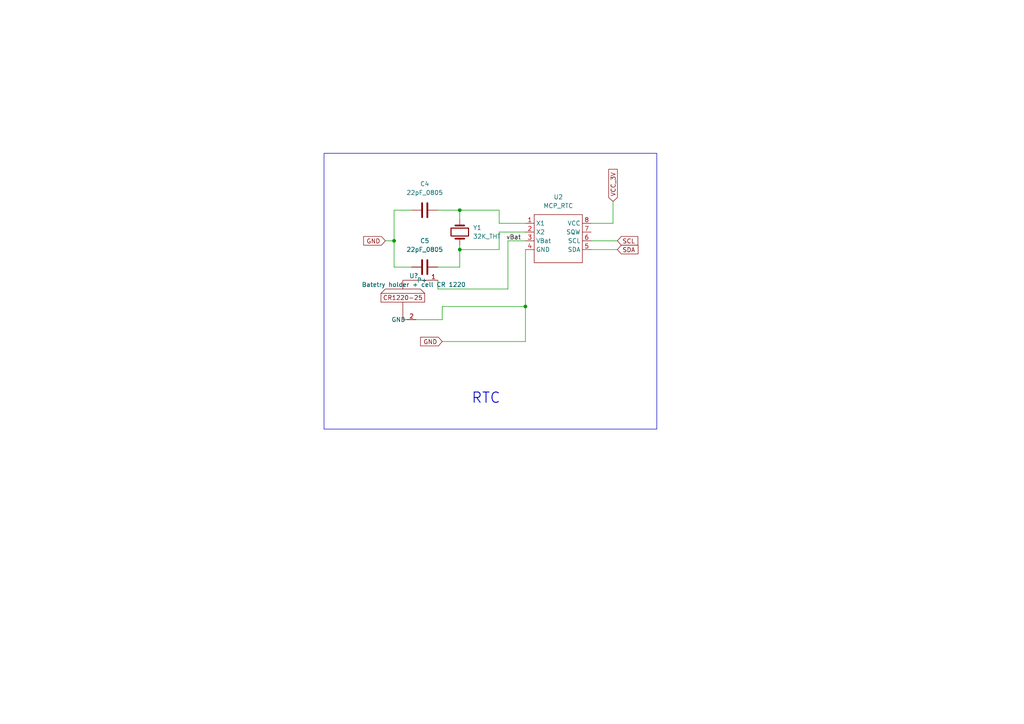
<source format=kicad_sch>
(kicad_sch (version 20250114) (generator "eeschema") (generator_version "9.0")
  (paper "A4")
  (lib_symbols
    (symbol "Device:C" (pin_numbers (hide yes)) (pin_names (offset 0.254))
      (property "Reference" "C" (at 0.635 2.54 0))
      (property "Value" "C" (at 0.635 -2.54 0))
      (symbol "C_0_1"
        (polyline (pts (xy -2.032 0.762) (xy 2.032 0.762)) (stroke (width 0.508)))
        (polyline (pts (xy -2.032 -0.762) (xy 2.032 -0.762)) (stroke (width 0.508)))
      )
      (symbol "C_1_1"
        (pin passive line (at 0 3.81 270) (length 2.794) (name "~") (number "1"))
        (pin passive line (at 0 -3.81 90) (length 2.794) (name "~") (number "2"))
      )
    )
    (symbol "Device:Crystal" (pin_numbers (hide yes)) (pin_names (offset 1.016) (hide yes))
      (property "Reference" "Y" (at 0 3.81 0))
      (property "Value" "Crystal" (at 0 -3.81 0))
      (symbol "Crystal_0_1"
        (polyline (pts (xy -2.54 0) (xy -1.905 0)))
        (polyline (pts (xy -1.905 -1.27) (xy -1.905 1.27)) (stroke (width 0.508)))
        (rectangle (start -1.143 2.54) (end 1.143 -2.54) (stroke (width 0.3048)))
        (polyline (pts (xy 1.905 -1.27) (xy 1.905 1.27)) (stroke (width 0.508)))
        (polyline (pts (xy 2.54 0) (xy 1.905 0)))
      )
      (symbol "Crystal_1_1"
        (pin passive line (at -3.81 0 0) (length 1.27) (name "1") (number "1"))
        (pin passive line (at 3.81 0 180) (length 1.27) (name "2") (number "2"))
      )
    )
    (symbol "fevino:battery"
      (property "Reference" "U" (at 0 0 0))
      (symbol "battery_0_1"
        (rectangle (start -10.16 5.08) (end 2.54 2.54))
        (polyline (pts (xy -2.54 -2.54) (xy -3.81 -2.54) (xy -3.81 2.54)))
        (polyline (pts (xy 2.54 5.08) (xy 1.27 6.35) (xy -8.89 6.35) (xy -10.16 5.08)))
        (polyline (pts (xy 3.81 8.89) (xy -3.81 8.89) (xy -3.81 6.35)))
      )
      (symbol "battery_1_1"
        (text "CR1220-25\n" (at -3.81 3.81 0) (effects (font (size 1.27 1.27))))
        (pin input line (at 0 -2.54 180) (length 2.54) (name "GND") (number "2"))
        (pin input line (at 6.35 8.89 180) (length 2.54) (name "P+") (number "1"))
      )
    )
    (symbol "fevino:rtc"
      (property "Reference" "U" (at 0 11.43 0))
      (property "Value" "MCP_RTC" (at 0 7.62 0))
      (symbol "rtc_0_0"
        (pin input line (at -10.16 3.81 0) (length 2.54) (name "X1") (number "1"))
        (pin input line (at -10.16 1.27 0) (length 2.54) (name "X2") (number "2"))
        (pin input line (at -10.16 -1.27 0) (length 2.54) (name "VBat") (number "3"))
        (pin input line (at -10.16 -3.81 0) (length 2.54) (name "GND") (number "4"))
        (pin input line (at 8.89 3.81 180) (length 2.54) (name "VCC") (number "8"))
        (pin input line (at 8.89 1.27 180) (length 2.54) (name "SQW") (number "7"))
        (pin input line (at 8.89 -1.27 180) (length 2.54) (name "SCL") (number "6"))
        (pin input line (at 8.89 -3.81 180) (length 2.54) (name "SDA") (number "5"))
      )
      (symbol "rtc_0_1"
        (rectangle (start -7.62 6.35) (end 6.35 -7.62))
      )
    )
  )
  (rectangle (start 93.98 44.45) (end 190.5 124.46))
  (text "RTC\n" (at 140.97 115.57 0) (effects (font (size 3 3) (thickness 0.254) (bold yes))))
  (junction (at 114.3 69.85))
  (junction (at 133.35 72.39))
  (junction (at 152.4 88.9))
  (junction (at 133.35 60.96))
  (wire (pts (xy 133.35 72.39) (xy 133.35 71.12)))
  (wire (pts (xy 144.78 64.77) (xy 144.78 60.96)))
  (wire (pts (xy 147.32 69.85) (xy 152.4 69.85)))
  (wire (pts (xy 152.4 99.06) (xy 152.4 88.9)))
  (wire (pts (xy 152.4 88.9) (xy 152.4 72.39)))
  (wire (pts (xy 133.35 77.47) (xy 133.35 72.39)))
  (wire (pts (xy 144.78 60.96) (xy 133.35 60.96)))
  (wire (pts (xy 177.8 58.42) (xy 177.8 64.77)))
  (wire (pts (xy 171.45 64.77) (xy 177.8 64.77)))
  (wire (pts (xy 144.78 64.77) (xy 152.4 64.77)))
  (wire (pts (xy 127 83.82) (xy 147.32 83.82)))
  (wire (pts (xy 144.78 67.31) (xy 144.78 72.39)))
  (wire (pts (xy 128.27 88.9) (xy 128.27 92.71)))
  (wire (pts (xy 144.78 72.39) (xy 133.35 72.39)))
  (wire (pts (xy 111.76 69.85) (xy 114.3 69.85)))
  (wire (pts (xy 171.45 72.39) (xy 179.07 72.39)))
  (wire (pts (xy 127 81.28) (xy 127 83.82)))
  (wire (pts (xy 127 77.47) (xy 133.35 77.47)))
  (wire (pts (xy 128.27 92.71) (xy 120.65 92.71)))
  (wire (pts (xy 152.4 67.31) (xy 144.78 67.31)))
  (wire (pts (xy 128.27 88.9) (xy 152.4 88.9)))
  (wire (pts (xy 127 60.96) (xy 133.35 60.96)))
  (wire (pts (xy 114.3 69.85) (xy 114.3 77.47)))
  (wire (pts (xy 147.32 83.82) (xy 147.32 69.85)))
  (wire (pts (xy 119.38 60.96) (xy 114.3 60.96)))
  (wire (pts (xy 128.27 99.06) (xy 152.4 99.06)))
  (wire (pts (xy 171.45 69.85) (xy 179.07 69.85)))
  (wire (pts (xy 114.3 60.96) (xy 114.3 69.85)))
  (wire (pts (xy 133.35 60.96) (xy 133.35 63.5)))
  (wire (pts (xy 114.3 77.47) (xy 119.38 77.47)))
  (label "vBat" (at 151.13 69.85 180))
  (global_label "VCC_3V" (shape input) (at 177.8 58.42 90) (property "Intersheetrefs" "${INTERSHEET_REFS}" (effects (hide yes))))
  (global_label "SCL" (shape input) (at 179.07 69.85 0) (property "Intersheetrefs" "${INTERSHEET_REFS}" (effects (hide yes))))
  (global_label "GND" (shape input) (at 128.27 99.06 180) (property "Intersheetrefs" "${INTERSHEET_REFS}" (effects (hide yes))))
  (global_label "SDA" (shape input) (at 179.07 72.39 0) (property "Intersheetrefs" "${INTERSHEET_REFS}" (effects (hide yes))))
  (global_label "GND" (shape input) (at 111.76 69.85 180) (property "Intersheetrefs" "${INTERSHEET_REFS}" (effects (hide yes))))
  (symbol (lib_id "fevino:rtc") (at 162.56 68.58 0) (unit 1)
    (property "Reference" "U2" (at 161.925 57.15 0))
    (property "Value" "MCP_RTC" (at 161.925 59.69 0))
    (property "Footprint" "fevino:rtc" (effects (hide yes)))
    (property "Datasheet" "https://ww1.microchip.com/downloads/aemDocuments/documents/MPD/ProductDocuments/DataSheets/MCP7940N-Battery-Backed-I2C-RTCC-with-SRAM-20005010J.pdf" (effects (hide yes)))
  )
  (symbol (lib_id "Device:Crystal") (at 133.35 67.31 90) (unit 1)
    (property "Reference" "Y1" (at 137.16 66.0399 90) (effects (justify right)))
    (property "Value" "32K_THT" (at 137.16 68.5799 90) (effects (justify right)))
    (property "Footprint" "fevino:crystal" (effects (hide yes)))
    (property "Description" "Two pin crystal" (effects (hide yes)))
  )
  (symbol (lib_id "Device:C") (at 123.19 60.96 90) (unit 1)
    (property "Reference" "C4" (at 123.19 53.34 90))
    (property "Value" "22pF_0805" (at 123.19 55.88 90))
    (property "Footprint" "fevino:C_0805" (effects (hide yes)))
    (property "Description" "Unpolarized capacitor" (effects (hide yes)))
  )
  (symbol (lib_id "Device:C") (at 123.19 77.47 90) (unit 1)
    (property "Reference" "C5" (at 123.19 69.85 90))
    (property "Value" "22pF_0805" (at 123.19 72.39 90))
    (property "Footprint" "fevino:C_0805" (effects (hide yes)))
    (property "Description" "Unpolarized capacitor" (effects (hide yes)))
  )
  (symbol (lib_id "fevino:battery") (at 120.65 90.17 0) (unit 1)
    (property "Reference" "U3" (at 120.015 80.01 0))
    (property "Value" "Batetry holder + cell CR 1220" (at 120.015 82.55 0))
    (property "Footprint" "Battery:BatteryHolder_LINX_BAT-HLD-012-SMT" (effects (hide yes)))
    (property "Datasheet" "https://data.energizer.com/pdfs/cr1220.pdf" (effects (hide yes)))
    (instances (project "" (path "" (reference "U?") (unit 1)) (path "" (reference "U3") (unit 1))))
  )
)
</source>
